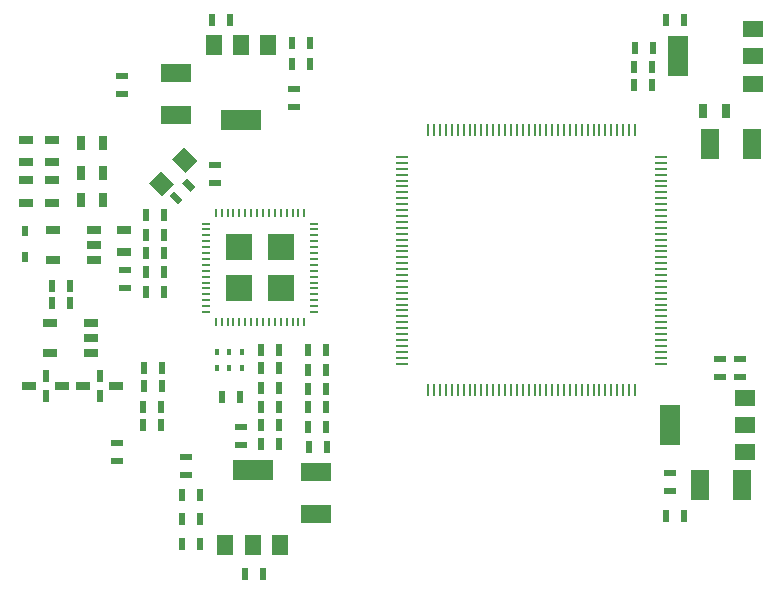
<source format=gtp>
G04 #@! TF.FileFunction,Paste,Top*
%FSLAX46Y46*%
G04 Gerber Fmt 4.6, Leading zero omitted, Abs format (unit mm)*
G04 Created by KiCad (PCBNEW 4.0.6) date 10/22/17 14:56:47*
%MOMM*%
%LPD*%
G01*
G04 APERTURE LIST*
%ADD10C,0.100000*%
%ADD11O,1.080000X0.252000*%
%ADD12O,0.252000X1.080000*%
%ADD13R,2.250000X2.250000*%
%ADD14R,0.720000X0.225000*%
%ADD15R,0.225000X0.720000*%
%ADD16R,1.028700X0.571500*%
%ADD17R,0.571500X1.028700*%
%ADD18R,1.600200X2.514600*%
%ADD19R,2.514600X1.600200*%
%ADD20R,0.800100X1.257300*%
%ADD21R,1.257300X0.800100*%
%ADD22R,0.539496X0.900684*%
%ADD23R,1.260000X0.720000*%
%ADD24R,0.540000X0.990000*%
%ADD25R,1.800000X1.350000*%
%ADD26R,1.800000X3.420000*%
%ADD27R,1.350000X1.800000*%
%ADD28R,3.420000X1.800000*%
%ADD29R,1.260000X0.684000*%
%ADD30R,0.382500X0.562500*%
G04 APERTURE END LIST*
D10*
D11*
X145620000Y-107810000D03*
X145620000Y-107310000D03*
X145620000Y-106810000D03*
X145620000Y-106310000D03*
X145620000Y-105810000D03*
X145620000Y-105310000D03*
X145620000Y-104810000D03*
X145620000Y-104310000D03*
X145620000Y-103810000D03*
X145620000Y-103310000D03*
X145620000Y-102810000D03*
X145620000Y-102310000D03*
X145620000Y-101810000D03*
X145620000Y-101310000D03*
X145620000Y-100810000D03*
X145620000Y-100310000D03*
X145620000Y-99810000D03*
X145620000Y-99310000D03*
X145620000Y-98810000D03*
X145620000Y-98310000D03*
X145620000Y-97810000D03*
X145620000Y-97310000D03*
X145620000Y-96810000D03*
X145620000Y-96310000D03*
X145620000Y-95810000D03*
X145620000Y-95310000D03*
X145620000Y-94810000D03*
X145620000Y-94310000D03*
X145620000Y-93810000D03*
X145620000Y-93310000D03*
X145620000Y-92810000D03*
X145620000Y-92310000D03*
X145620000Y-91810000D03*
X145620000Y-91310000D03*
X145620000Y-90810000D03*
X145620000Y-90310000D03*
D12*
X143370000Y-88060000D03*
X142870000Y-88060000D03*
X142370000Y-88060000D03*
X141870000Y-88060000D03*
X141370000Y-88060000D03*
X140870000Y-88060000D03*
X140370000Y-88060000D03*
X139870000Y-88060000D03*
X139370000Y-88060000D03*
X138870000Y-88060000D03*
X138370000Y-88060000D03*
X137870000Y-88060000D03*
X137370000Y-88060000D03*
X136870000Y-88060000D03*
X136370000Y-88060000D03*
X135870000Y-88060000D03*
X135370000Y-88060000D03*
X134870000Y-88060000D03*
X134370000Y-88060000D03*
X133870000Y-88060000D03*
X133370000Y-88060000D03*
X132870000Y-88060000D03*
X132370000Y-88060000D03*
X131870000Y-88060000D03*
X131370000Y-88060000D03*
X130870000Y-88060000D03*
X130370000Y-88060000D03*
X129870000Y-88060000D03*
X129370000Y-88060000D03*
X128870000Y-88060000D03*
X128370000Y-88060000D03*
X127870000Y-88060000D03*
X127370000Y-88060000D03*
X126870000Y-88060000D03*
X126370000Y-88060000D03*
X125870000Y-88060000D03*
D11*
X123620000Y-90310000D03*
X123620000Y-90810000D03*
X123620000Y-91310000D03*
X123620000Y-91810000D03*
X123620000Y-92310000D03*
X123620000Y-92810000D03*
X123620000Y-93310000D03*
X123620000Y-93810000D03*
X123620000Y-94310000D03*
X123620000Y-94810000D03*
X123620000Y-95310000D03*
X123620000Y-95810000D03*
X123620000Y-96310000D03*
X123620000Y-96810000D03*
X123620000Y-97310000D03*
X123620000Y-97810000D03*
X123620000Y-98310000D03*
X123620000Y-98810000D03*
X123620000Y-99310000D03*
X123620000Y-99810000D03*
X123620000Y-100310000D03*
X123620000Y-100810000D03*
X123620000Y-101310000D03*
X123620000Y-101810000D03*
X123620000Y-102310000D03*
X123620000Y-102810000D03*
X123620000Y-103310000D03*
X123620000Y-103810000D03*
X123620000Y-104310000D03*
X123620000Y-104810000D03*
X123620000Y-105310000D03*
X123620000Y-105810000D03*
X123620000Y-106310000D03*
X123620000Y-106810000D03*
X123620000Y-107310000D03*
X123620000Y-107810000D03*
D12*
X125870000Y-110060000D03*
X126370000Y-110060000D03*
X126870000Y-110060000D03*
X127370000Y-110060000D03*
X127870000Y-110060000D03*
X128370000Y-110060000D03*
X128870000Y-110060000D03*
X129370000Y-110060000D03*
X129870000Y-110060000D03*
X130370000Y-110060000D03*
X130870000Y-110060000D03*
X131370000Y-110060000D03*
X131870000Y-110060000D03*
X132370000Y-110060000D03*
X132870000Y-110060000D03*
X133370000Y-110060000D03*
X133870000Y-110060000D03*
X134370000Y-110060000D03*
X134870000Y-110060000D03*
X135370000Y-110060000D03*
X135870000Y-110060000D03*
X136370000Y-110060000D03*
X136870000Y-110060000D03*
X137370000Y-110060000D03*
X137870000Y-110060000D03*
X138370000Y-110060000D03*
X138870000Y-110060000D03*
X139370000Y-110060000D03*
X139870000Y-110060000D03*
X140370000Y-110060000D03*
X140870000Y-110060000D03*
X141370000Y-110060000D03*
X141870000Y-110060000D03*
X142370000Y-110060000D03*
X142870000Y-110060000D03*
X143370000Y-110060000D03*
D13*
X109883000Y-101445000D03*
X109883000Y-97945000D03*
X113383000Y-97945000D03*
D14*
X116233000Y-103445000D03*
X116233000Y-102945000D03*
X116233000Y-102445000D03*
X116233000Y-101945000D03*
X116233000Y-101445000D03*
X116233000Y-100945000D03*
X116233000Y-100445000D03*
X116233000Y-99945000D03*
X116233000Y-99445000D03*
X116233000Y-98945000D03*
X116233000Y-98445000D03*
X116233000Y-97945000D03*
X116233000Y-97445000D03*
X116233000Y-96945000D03*
X116233000Y-96445000D03*
X116233000Y-95945000D03*
D15*
X115383000Y-95095000D03*
X114883000Y-95095000D03*
X114383000Y-95095000D03*
X113883000Y-95095000D03*
X113383000Y-95095000D03*
X112883000Y-95095000D03*
X112383000Y-95095000D03*
X111883000Y-95095000D03*
X111383000Y-95095000D03*
X110883000Y-95095000D03*
X110383000Y-95095000D03*
X109883000Y-95095000D03*
X109383000Y-95095000D03*
X108883000Y-95095000D03*
X108383000Y-95095000D03*
X107883000Y-95095000D03*
D14*
X107033000Y-95945000D03*
X107033000Y-96445000D03*
X107033000Y-96945000D03*
X107033000Y-97445000D03*
X107033000Y-97945000D03*
X107033000Y-98445000D03*
X107033000Y-98945000D03*
X107033000Y-99445000D03*
X107033000Y-99945000D03*
X107033000Y-100445000D03*
X107033000Y-100945000D03*
X107033000Y-101445000D03*
X107033000Y-101945000D03*
X107033000Y-102445000D03*
X107033000Y-102945000D03*
X107033000Y-103445000D03*
D15*
X107883000Y-104295000D03*
X108383000Y-104295000D03*
X108883000Y-104295000D03*
X109383000Y-104295000D03*
X109883000Y-104295000D03*
X110383000Y-104295000D03*
X110883000Y-104295000D03*
X111383000Y-104295000D03*
X111883000Y-104295000D03*
X112383000Y-104295000D03*
X112883000Y-104295000D03*
X113383000Y-104295000D03*
X113883000Y-104295000D03*
X114383000Y-104295000D03*
X114883000Y-104295000D03*
X115383000Y-104295000D03*
D13*
X113383000Y-101445000D03*
D16*
X152300000Y-108962000D03*
X152300000Y-107438000D03*
D17*
X111862000Y-125600000D03*
X110338000Y-125600000D03*
X107538000Y-78700000D03*
X109062000Y-78700000D03*
X147562000Y-120700000D03*
X146038000Y-120700000D03*
X105038000Y-118900000D03*
X106562000Y-118900000D03*
D16*
X114500000Y-86062000D03*
X114500000Y-84538000D03*
X150600000Y-108962000D03*
X150600000Y-107438000D03*
D17*
X105038000Y-121000000D03*
X106562000Y-121000000D03*
X115862000Y-80700000D03*
X114338000Y-80700000D03*
D16*
X146300000Y-117038000D03*
X146300000Y-118562000D03*
D17*
X105038000Y-123100000D03*
X106562000Y-123100000D03*
X115862000Y-82400000D03*
X114338000Y-82400000D03*
D18*
X148922000Y-118100000D03*
X152478000Y-118100000D03*
D19*
X116400000Y-117022000D03*
X116400000Y-120578000D03*
X104500000Y-86778000D03*
X104500000Y-83222000D03*
D17*
X147562000Y-78700000D03*
X146038000Y-78700000D03*
X144902000Y-81060000D03*
X143378000Y-81060000D03*
X144842000Y-84260000D03*
X143318000Y-84260000D03*
X144822000Y-82690000D03*
X143298000Y-82690000D03*
D18*
X149722000Y-89200000D03*
X153278000Y-89200000D03*
D16*
X99949000Y-84963000D03*
X99949000Y-83439000D03*
X99490000Y-114498000D03*
X99490000Y-116022000D03*
D20*
X96456500Y-89154000D03*
X98361500Y-89154000D03*
D21*
X91821000Y-90741500D03*
X91821000Y-88836500D03*
D20*
X96456500Y-91694000D03*
X98361500Y-91694000D03*
D21*
X91821000Y-94170500D03*
X91821000Y-92265500D03*
D20*
X96456500Y-93980000D03*
X98361500Y-93980000D03*
D10*
G36*
X103340691Y-93638822D02*
X102195178Y-92493309D01*
X103213411Y-91475076D01*
X104358924Y-92620589D01*
X103340691Y-93638822D01*
X103340691Y-93638822D01*
G37*
G36*
X105320589Y-91658924D02*
X104175076Y-90513411D01*
X105193309Y-89495178D01*
X106338822Y-90640691D01*
X105320589Y-91658924D01*
X105320589Y-91658924D01*
G37*
D17*
X101981000Y-101727000D03*
X103505000Y-101727000D03*
D10*
G36*
X104651830Y-94322571D02*
X103924429Y-93595170D01*
X104328540Y-93191059D01*
X105055941Y-93918460D01*
X104651830Y-94322571D01*
X104651830Y-94322571D01*
G37*
G36*
X105729460Y-93244941D02*
X105002059Y-92517540D01*
X105406170Y-92113429D01*
X106133571Y-92840830D01*
X105729460Y-93244941D01*
X105729460Y-93244941D01*
G37*
D16*
X107790000Y-90998000D03*
X107790000Y-92522000D03*
D17*
X101981000Y-95250000D03*
X103505000Y-95250000D03*
D21*
X100076000Y-98361500D03*
X100076000Y-96456500D03*
D17*
X95562000Y-102700000D03*
X94038000Y-102700000D03*
X103505000Y-98425000D03*
X101981000Y-98425000D03*
X103505000Y-96901000D03*
X101981000Y-96901000D03*
X115697000Y-106680000D03*
X117221000Y-106680000D03*
X113201000Y-111506000D03*
X111677000Y-111506000D03*
X103292000Y-108220000D03*
X101768000Y-108220000D03*
X115697000Y-108331000D03*
X117221000Y-108331000D03*
X113201000Y-109855000D03*
X111677000Y-109855000D03*
X103292000Y-109710000D03*
X101768000Y-109710000D03*
X115697000Y-109982000D03*
X117221000Y-109982000D03*
X113201000Y-108204000D03*
X111677000Y-108204000D03*
D16*
X100170000Y-101402000D03*
X100170000Y-99878000D03*
D17*
X115697000Y-111506000D03*
X117221000Y-111506000D03*
X113201000Y-106680000D03*
X111677000Y-106680000D03*
X103212000Y-111460000D03*
X101688000Y-111460000D03*
X115697000Y-113157000D03*
X117221000Y-113157000D03*
X113201000Y-113030000D03*
X111677000Y-113030000D03*
X103252000Y-113000000D03*
X101728000Y-113000000D03*
X109938000Y-110671000D03*
X108414000Y-110671000D03*
D22*
X91694000Y-96563180D03*
X91694000Y-98762820D03*
D23*
X99469063Y-109727937D03*
D24*
X98044063Y-108877937D03*
X98044063Y-110577938D03*
D23*
X96619062Y-109727937D03*
X94897063Y-109727937D03*
D24*
X93472063Y-108877937D03*
X93472063Y-110577938D03*
D23*
X92047062Y-109727937D03*
D17*
X94038000Y-101200000D03*
X95562000Y-101200000D03*
X115738000Y-114900000D03*
X117262000Y-114900000D03*
X113262000Y-114600000D03*
X111738000Y-114600000D03*
D16*
X105400000Y-115738000D03*
X105400000Y-117262000D03*
X110000000Y-113138000D03*
X110000000Y-114662000D03*
D25*
X152650063Y-115300063D03*
X152650063Y-113000063D03*
X152650063Y-110700062D03*
D26*
X146350062Y-113000063D03*
D27*
X108699937Y-123150063D03*
X110999937Y-123150063D03*
X113299938Y-123150063D03*
D28*
X110999937Y-116850062D03*
D27*
X112300063Y-80849937D03*
X110000063Y-80849937D03*
X107700062Y-80849937D03*
D28*
X110000063Y-87149938D03*
D25*
X153350063Y-84100063D03*
X153350063Y-81800063D03*
X153350063Y-79500062D03*
D26*
X147050062Y-81800063D03*
D21*
X94000000Y-88847500D03*
X94000000Y-90752500D03*
X93980000Y-92265500D03*
X93980000Y-94170500D03*
D20*
X151052500Y-86400000D03*
X149147500Y-86400000D03*
D17*
X103505000Y-100076000D03*
X101981000Y-100076000D03*
D29*
X93853000Y-104394000D03*
X93853000Y-106934000D03*
X97283000Y-106934000D03*
X97283000Y-105664000D03*
X97283000Y-104394000D03*
X94107000Y-96520000D03*
X94107000Y-99060000D03*
X97537000Y-99060000D03*
X97537000Y-97790000D03*
X97537000Y-96520000D03*
D30*
X108000000Y-108200000D03*
X109040000Y-108200000D03*
X110080000Y-108200000D03*
X110080000Y-106800000D03*
X109040000Y-106800000D03*
X108000000Y-106800000D03*
M02*

</source>
